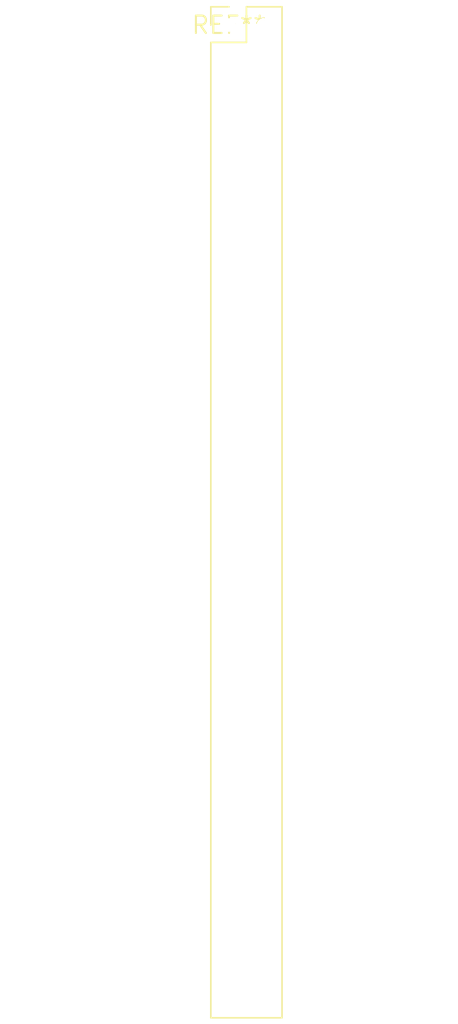
<source format=kicad_pcb>
(kicad_pcb (version 20240108) (generator pcbnew)
  (layers (0 "F.Cu" signal) (31 "B.Cu" signal) (34 "B.Paste" user) (35 "F.Paste" user) (36 "B.SilkS" user "B.Silkscreen") (37 "F.SilkS" user "F.Silkscreen") (38 "B.Mask" user) (39 "F.Mask" user) (44 "Edge.Cuts" user))
  (net 0 "")
  (footprint "PinHeader_2x29_P2.54mm_Vertical" (layer "F.Cu") (at 0 0)
    (property "Reference" "REF**")
    (property "Value" "PinHeader_2x29_P2.54mm_Vertical")
    (fp_line (start -1.33 -1.33) (end 0 -1.33) (layer "F.SilkS") (stroke (width 0.12)))
    (fp_line (start -1.33 0) (end -1.33 -1.33) (layer "F.SilkS") (stroke (width 0.12)))
    (fp_line (start -1.33 1.27) (end -1.33 72.45) (layer "F.SilkS") (stroke (width 0.12)))
    (fp_line (start -1.33 1.27) (end 1.27 1.27) (layer "F.SilkS") (stroke (width 0.12)))
    (fp_line (start -1.33 72.45) (end 3.87 72.45) (layer "F.SilkS") (stroke (width 0.12)))
    (fp_line (start 1.27 -1.33) (end 3.87 -1.33) (layer "F.SilkS") (stroke (width 0.12)))
    (fp_line (start 1.27 1.27) (end 1.27 -1.33) (layer "F.SilkS") (stroke (width 0.12)))
    (fp_line (start 3.87 -1.33) (end 3.87 72.45) (layer "F.SilkS") (stroke (width 0.12)))
    (pad "1" thru_hole rect (at 0 0) (size 1.7 1.7) (drill 1) (layers *.Cu *.Mask) (remove_unused_layers))
    (pad "2" thru_hole oval (at 2.54 0) (size 1.7 1.7) (drill 1) (layers *.Cu *.Mask) (remove_unused_layers))
    (pad "3" thru_hole oval (at 0 2.54) (size 1.7 1.7) (drill 1) (layers *.Cu *.Mask) (remove_unused_layers))
    (pad "4" thru_hole oval (at 2.54 2.54) (size 1.7 1.7) (drill 1) (layers *.Cu *.Mask) (remove_unused_layers))
    (pad "5" thru_hole oval (at 0 5.08) (size 1.7 1.7) (drill 1) (layers *.Cu *.Mask) (remove_unused_layers))
    (pad "6" thru_hole oval (at 2.54 5.08) (size 1.7 1.7) (drill 1) (layers *.Cu *.Mask) (remove_unused_layers))
    (pad "7" thru_hole oval (at 0 7.62) (size 1.7 1.7) (drill 1) (layers *.Cu *.Mask) (remove_unused_layers))
    (pad "8" thru_hole oval (at 2.54 7.62) (size 1.7 1.7) (drill 1) (layers *.Cu *.Mask) (remove_unused_layers))
    (pad "9" thru_hole oval (at 0 10.16) (size 1.7 1.7) (drill 1) (layers *.Cu *.Mask) (remove_unused_layers))
    (pad "10" thru_hole oval (at 2.54 10.16) (size 1.7 1.7) (drill 1) (layers *.Cu *.Mask) (remove_unused_layers))
    (pad "11" thru_hole oval (at 0 12.7) (size 1.7 1.7) (drill 1) (layers *.Cu *.Mask) (remove_unused_layers))
    (pad "12" thru_hole oval (at 2.54 12.7) (size 1.7 1.7) (drill 1) (layers *.Cu *.Mask) (remove_unused_layers))
    (pad "13" thru_hole oval (at 0 15.24) (size 1.7 1.7) (drill 1) (layers *.Cu *.Mask) (remove_unused_layers))
    (pad "14" thru_hole oval (at 2.54 15.24) (size 1.7 1.7) (drill 1) (layers *.Cu *.Mask) (remove_unused_layers))
    (pad "15" thru_hole oval (at 0 17.78) (size 1.7 1.7) (drill 1) (layers *.Cu *.Mask) (remove_unused_layers))
    (pad "16" thru_hole oval (at 2.54 17.78) (size 1.7 1.7) (drill 1) (layers *.Cu *.Mask) (remove_unused_layers))
    (pad "17" thru_hole oval (at 0 20.32) (size 1.7 1.7) (drill 1) (layers *.Cu *.Mask) (remove_unused_layers))
    (pad "18" thru_hole oval (at 2.54 20.32) (size 1.7 1.7) (drill 1) (layers *.Cu *.Mask) (remove_unused_layers))
    (pad "19" thru_hole oval (at 0 22.86) (size 1.7 1.7) (drill 1) (layers *.Cu *.Mask) (remove_unused_layers))
    (pad "20" thru_hole oval (at 2.54 22.86) (size 1.7 1.7) (drill 1) (layers *.Cu *.Mask) (remove_unused_layers))
    (pad "21" thru_hole oval (at 0 25.4) (size 1.7 1.7) (drill 1) (layers *.Cu *.Mask) (remove_unused_layers))
    (pad "22" thru_hole oval (at 2.54 25.4) (size 1.7 1.7) (drill 1) (layers *.Cu *.Mask) (remove_unused_layers))
    (pad "23" thru_hole oval (at 0 27.94) (size 1.7 1.7) (drill 1) (layers *.Cu *.Mask) (remove_unused_layers))
    (pad "24" thru_hole oval (at 2.54 27.94) (size 1.7 1.7) (drill 1) (layers *.Cu *.Mask) (remove_unused_layers))
    (pad "25" thru_hole oval (at 0 30.48) (size 1.7 1.7) (drill 1) (layers *.Cu *.Mask) (remove_unused_layers))
    (pad "26" thru_hole oval (at 2.54 30.48) (size 1.7 1.7) (drill 1) (layers *.Cu *.Mask) (remove_unused_layers))
    (pad "27" thru_hole oval (at 0 33.02) (size 1.7 1.7) (drill 1) (layers *.Cu *.Mask) (remove_unused_layers))
    (pad "28" thru_hole oval (at 2.54 33.02) (size 1.7 1.7) (drill 1) (layers *.Cu *.Mask) (remove_unused_layers))
    (pad "29" thru_hole oval (at 0 35.56) (size 1.7 1.7) (drill 1) (layers *.Cu *.Mask) (remove_unused_layers))
    (pad "30" thru_hole oval (at 2.54 35.56) (size 1.7 1.7) (drill 1) (layers *.Cu *.Mask) (remove_unused_layers))
    (pad "31" thru_hole oval (at 0 38.1) (size 1.7 1.7) (drill 1) (layers *.Cu *.Mask) (remove_unused_layers))
    (pad "32" thru_hole oval (at 2.54 38.1) (size 1.7 1.7) (drill 1) (layers *.Cu *.Mask) (remove_unused_layers))
    (pad "33" thru_hole oval (at 0 40.64) (size 1.7 1.7) (drill 1) (layers *.Cu *.Mask) (remove_unused_layers))
    (pad "34" thru_hole oval (at 2.54 40.64) (size 1.7 1.7) (drill 1) (layers *.Cu *.Mask) (remove_unused_layers))
    (pad "35" thru_hole oval (at 0 43.18) (size 1.7 1.7) (drill 1) (layers *.Cu *.Mask) (remove_unused_layers))
    (pad "36" thru_hole oval (at 2.54 43.18) (size 1.7 1.7) (drill 1) (layers *.Cu *.Mask) (remove_unused_layers))
    (pad "37" thru_hole oval (at 0 45.72) (size 1.7 1.7) (drill 1) (layers *.Cu *.Mask) (remove_unused_layers))
    (pad "38" thru_hole oval (at 2.54 45.72) (size 1.7 1.7) (drill 1) (layers *.Cu *.Mask) (remove_unused_layers))
    (pad "39" thru_hole oval (at 0 48.26) (size 1.7 1.7) (drill 1) (layers *.Cu *.Mask) (remove_unused_layers))
    (pad "40" thru_hole oval (at 2.54 48.26) (size 1.7 1.7) (drill 1) (layers *.Cu *.Mask) (remove_unused_layers))
    (pad "41" thru_hole oval (at 0 50.8) (size 1.7 1.7) (drill 1) (layers *.Cu *.Mask) (remove_unused_layers))
    (pad "42" thru_hole oval (at 2.54 50.8) (size 1.7 1.7) (drill 1) (layers *.Cu *.Mask) (remove_unused_layers))
    (pad "43" thru_hole oval (at 0 53.34) (size 1.7 1.7) (drill 1) (layers *.Cu *.Mask) (remove_unused_layers))
    (pad "44" thru_hole oval (at 2.54 53.34) (size 1.7 1.7) (drill 1) (layers *.Cu *.Mask) (remove_unused_layers))
    (pad "45" thru_hole oval (at 0 55.88) (size 1.7 1.7) (drill 1) (layers *.Cu *.Mask) (remove_unused_layers))
    (pad "46" thru_hole oval (at 2.54 55.88) (size 1.7 1.7) (drill 1) (layers *.Cu *.Mask) (remove_unused_layers))
    (pad "47" thru_hole oval (at 0 58.42) (size 1.7 1.7) (drill 1) (layers *.Cu *.Mask) (remove_unused_layers))
    (pad "48" thru_hole oval (at 2.54 58.42) (size 1.7 1.7) (drill 1) (layers *.Cu *.Mask) (remove_unused_layers))
    (pad "49" thru_hole oval (at 0 60.96) (size 1.7 1.7) (drill 1) (layers *.Cu *.Mask) (remove_unused_layers))
    (pad "50" thru_hole oval (at 2.54 60.96) (size 1.7 1.7) (drill 1) (layers *.Cu *.Mask) (remove_unused_layers))
    (pad "51" thru_hole oval (at 0 63.5) (size 1.7 1.7) (drill 1) (layers *.Cu *.Mask) (remove_unused_layers))
    (pad "52" thru_hole oval (at 2.54 63.5) (size 1.7 1.7) (drill 1) (layers *.Cu *.Mask) (remove_unused_layers))
    (pad "53" thru_hole oval (at 0 66.04) (size 1.7 1.7) (drill 1) (layers *.Cu *.Mask) (remove_unused_layers))
    (pad "54" thru_hole oval (at 2.54 66.04) (size 1.7 1.7) (drill 1) (layers *.Cu *.Mask) (remove_unused_layers))
    (pad "55" thru_hole oval (at 0 68.58) (size 1.7 1.7) (drill 1) (layers *.Cu *.Mask) (remove_unused_layers))
    (pad "56" thru_hole oval (at 2.54 68.58) (size 1.7 1.7) (drill 1) (layers *.Cu *.Mask) (remove_unused_layers))
    (pad "57" thru_hole oval (at 0 71.12) (size 1.7 1.7) (drill 1) (layers *.Cu *.Mask) (remove_unused_layers))
    (pad "58" thru_hole oval (at 2.54 71.12) (size 1.7 1.7) (drill 1) (layers *.Cu *.Mask) (remove_unused_layers))
  )
)
</source>
